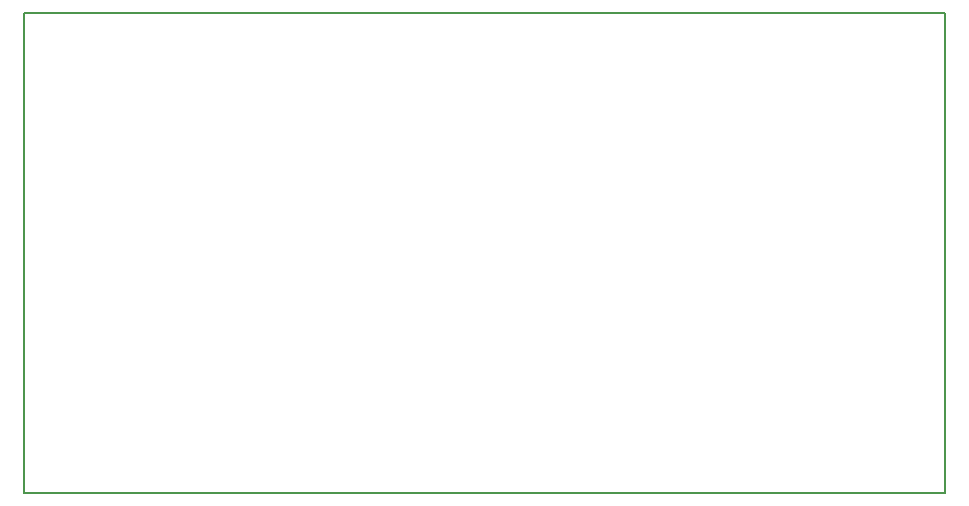
<source format=gbr>
%TF.GenerationSoftware,KiCad,Pcbnew,8.0.2-1*%
%TF.CreationDate,2024-12-19T12:14:32-05:00*%
%TF.ProjectId,Frame PCB v3,4672616d-6520-4504-9342-2076332e6b69,rev?*%
%TF.SameCoordinates,Original*%
%TF.FileFunction,Profile,NP*%
%FSLAX46Y46*%
G04 Gerber Fmt 4.6, Leading zero omitted, Abs format (unit mm)*
G04 Created by KiCad (PCBNEW 8.0.2-1) date 2024-12-19 12:14:32*
%MOMM*%
%LPD*%
G01*
G04 APERTURE LIST*
%TA.AperFunction,Profile*%
%ADD10C,0.200000*%
%TD*%
G04 APERTURE END LIST*
D10*
X117348000Y-54356000D02*
X195326000Y-54356000D01*
X195326000Y-94996000D01*
X117348000Y-94996000D01*
X117348000Y-54356000D01*
M02*

</source>
